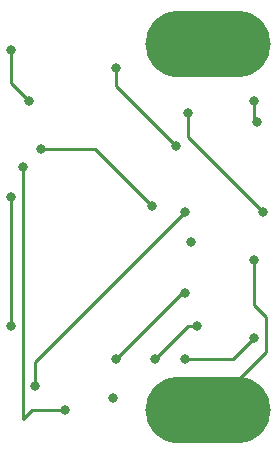
<source format=gbr>
G04 #@! TF.GenerationSoftware,KiCad,Pcbnew,(5.1.7)-1*
G04 #@! TF.CreationDate,2022-02-27T16:51:40+00:00*
G04 #@! TF.ProjectId,TOBIN,544f4249-4e2e-46b6-9963-61645f706362,rev?*
G04 #@! TF.SameCoordinates,Original*
G04 #@! TF.FileFunction,Copper,L1,Top*
G04 #@! TF.FilePolarity,Positive*
%FSLAX46Y46*%
G04 Gerber Fmt 4.6, Leading zero omitted, Abs format (unit mm)*
G04 Created by KiCad (PCBNEW (5.1.7)-1) date 2022-02-27 16:51:40*
%MOMM*%
%LPD*%
G01*
G04 APERTURE LIST*
G04 #@! TA.AperFunction,ComponentPad*
%ADD10O,10.600000X5.600000*%
G04 #@! TD*
G04 #@! TA.AperFunction,ViaPad*
%ADD11C,0.800000*%
G04 #@! TD*
G04 #@! TA.AperFunction,Conductor*
%ADD12C,0.250000*%
G04 #@! TD*
G04 APERTURE END LIST*
D10*
X97710000Y-53870000D03*
X97710000Y-22870000D03*
D11*
X81026000Y-23368000D03*
X89916000Y-24892000D03*
X94996000Y-31496000D03*
X101854000Y-29464000D03*
X102362000Y-37084000D03*
X96266000Y-39624000D03*
X101600000Y-41148000D03*
X95758000Y-43942000D03*
X93218000Y-49530000D03*
X89662000Y-52832000D03*
X85598000Y-53848000D03*
X81026000Y-46736000D03*
X82042000Y-33274000D03*
X82550000Y-27686000D03*
X96012000Y-28702000D03*
X101600000Y-27686000D03*
X95758000Y-37084000D03*
X83058000Y-51816000D03*
X96774000Y-46736000D03*
X101600000Y-47752000D03*
X81026000Y-35814000D03*
X95758000Y-49530000D03*
X89916000Y-49530000D03*
X83566000Y-31750000D03*
X92964000Y-36576000D03*
X92964000Y-36576000D03*
X92964000Y-36576000D03*
X83566000Y-31750000D03*
D12*
X81026000Y-26162000D02*
X82550000Y-27686000D01*
X81026000Y-23368000D02*
X81026000Y-26162000D01*
X89916000Y-26416000D02*
X94996000Y-31496000D01*
X89916000Y-24892000D02*
X89916000Y-26416000D01*
X81026000Y-35814000D02*
X81026000Y-46736000D01*
X83058000Y-49784000D02*
X95758000Y-37084000D01*
X83058000Y-51816000D02*
X83058000Y-49784000D01*
X96012000Y-30734000D02*
X102362000Y-37084000D01*
X96012000Y-28702000D02*
X96012000Y-30734000D01*
X88138000Y-31750000D02*
X92964000Y-36576000D01*
X83566000Y-31750000D02*
X88138000Y-31750000D01*
X82042000Y-33274000D02*
X82042000Y-54610000D01*
X82804000Y-53848000D02*
X85598000Y-53848000D01*
X82042000Y-54610000D02*
X82804000Y-53848000D01*
X95504000Y-43942000D02*
X95758000Y-43942000D01*
X89916000Y-49530000D02*
X95504000Y-43942000D01*
X96012000Y-46736000D02*
X93218000Y-49530000D01*
X96774000Y-46736000D02*
X96012000Y-46736000D01*
X99822000Y-49530000D02*
X101600000Y-47752000D01*
X95758000Y-49530000D02*
X99822000Y-49530000D01*
X101600000Y-29210000D02*
X101854000Y-29464000D01*
X101600000Y-27686000D02*
X101600000Y-29210000D01*
X101600000Y-41148000D02*
X101600000Y-44958000D01*
X101600000Y-44958000D02*
X102616000Y-45974000D01*
X102616000Y-48964000D02*
X97710000Y-53870000D01*
X102616000Y-45974000D02*
X102616000Y-48964000D01*
M02*

</source>
